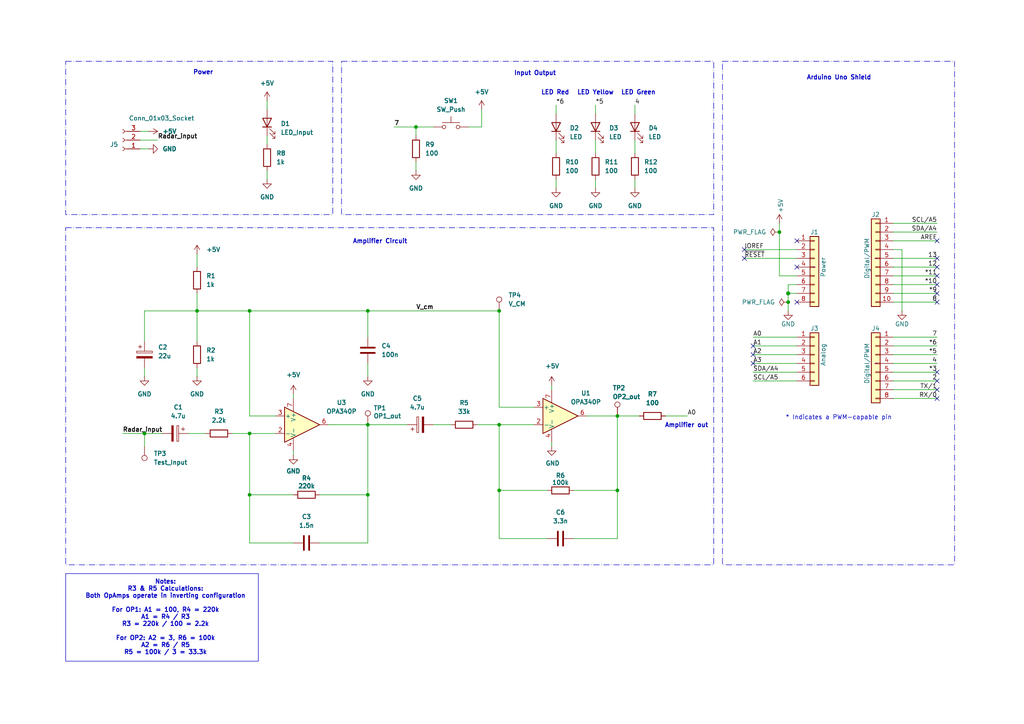
<source format=kicad_sch>
(kicad_sch (version 20250114) (generator "eeschema") (generator_version "9.0")
  (paper "A4")
  (title_block (title "Amplifier: 4th Order Bandpass") (date "2025-04-21") (rev "Rev 0.1") (company "University of Applied Science Darmstadt") (comment 1 "Author: Dheeraj"))
  (lib_symbols
    (symbol "Amplifier_Operational:OPA340P" (pin_names (offset 0.127))
      (property "Reference" "U" (at 0 6.35 0))
      (property "Value" "OPA340P" (at 0 3.81 0))
      (symbol "OPA340P_0_1"
        (polyline (pts (xy -5.08 5.08) (xy 5.08 0) (xy -5.08 -5.08) (xy -5.08 5.08)) (stroke (width 0.254)) (fill (type background)))
      )
      (symbol "OPA340P_1_1"
        (pin input line (at -7.62 2.54 0) (length 2.54) (name "+") (number "3"))
        (pin input line (at -7.62 -2.54 0) (length 2.54) (name "-") (number "2"))
        (pin no_connect line (at -5.08 -2.54 90) (length 2.54) (hide yes) (name "NC") (number "1"))
        (pin power_in line (at -2.54 7.62 270) (length 3.81) (name "V+") (number "7"))
        (pin no_connect line (at -2.54 -2.54 90) (length 2.54) (hide yes) (name "NC") (number "5"))
        (pin power_in line (at -2.54 -7.62 90) (length 3.81) (name "V-") (number "4"))
        (pin no_connect line (at 0 -2.54 90) (length 2.54) (hide yes) (name "NC") (number "8"))
        (pin output line (at 7.62 0 180) (length 2.54) (name "~") (number "6"))
      )
    )
    (symbol "Connector:Conn_01x03_Socket" (pin_names (offset 1.016) (hide yes))
      (property "Reference" "J" (at 0 5.08 0))
      (property "Value" "Conn_01x03_Socket" (at 0 -5.08 0))
      (symbol "Conn_01x03_Socket_1_1"
        (polyline (pts (xy -1.27 2.54) (xy -0.508 2.54)) (stroke (width 0.1524)))
        (polyline (pts (xy -1.27 0) (xy -0.508 0)) (stroke (width 0.1524)))
        (polyline (pts (xy -1.27 -2.54) (xy -0.508 -2.54)) (stroke (width 0.1524)))
        (arc (start 0 2.032) (mid -0.5058 2.54) (end 0 3.048) (stroke (width 0.1524)))
        (arc (start 0 -0.508) (mid -0.5058 0) (end 0 0.508) (stroke (width 0.1524)))
        (arc (start 0 -3.048) (mid -0.5058 -2.54) (end 0 -2.032) (stroke (width 0.1524)))
        (pin passive line (at -5.08 2.54 0) (length 3.81) (name "Pin_1") (number "1"))
        (pin passive line (at -5.08 0 0) (length 3.81) (name "Pin_2") (number "2"))
        (pin passive line (at -5.08 -2.54 0) (length 3.81) (name "Pin_3") (number "3"))
      )
    )
    (symbol "Connector:TestPoint" (pin_numbers (hide yes)) (pin_names (offset 0.762) (hide yes))
      (property "Reference" "TP" (at 0 6.858 0))
      (property "Value" "TestPoint" (at 0 5.08 0))
      (symbol "TestPoint_0_1"
        (circle (center 0 3.302) (radius 0.762))
      )
      (symbol "TestPoint_1_1"
        (pin passive line (at 0 0 90) (length 2.54) (name "1") (number "1"))
      )
    )
    (symbol "Connector_Generic:Conn_01x06" (pin_names (offset 1.016) (hide yes))
      (property "Reference" "J" (at 0 7.62 0))
      (property "Value" "Conn_01x06" (at 0 -10.16 0))
      (symbol "Conn_01x06_1_1"
        (rectangle (start -1.27 6.35) (end 1.27 -8.89) (stroke (width 0.254)) (fill (type background)))
        (rectangle (start -1.27 5.207) (end 0 4.953) (stroke (width 0.1524)))
        (rectangle (start -1.27 2.667) (end 0 2.413) (stroke (width 0.1524)))
        (rectangle (start -1.27 0.127) (end 0 -0.127) (stroke (width 0.1524)))
        (rectangle (start -1.27 -2.413) (end 0 -2.667) (stroke (width 0.1524)))
        (rectangle (start -1.27 -4.953) (end 0 -5.207) (stroke (width 0.1524)))
        (rectangle (start -1.27 -7.493) (end 0 -7.747) (stroke (width 0.1524)))
        (pin passive line (at -5.08 5.08 0) (length 3.81) (name "Pin_1") (number "1"))
        (pin passive line (at -5.08 2.54 0) (length 3.81) (name "Pin_2") (number "2"))
        (pin passive line (at -5.08 0 0) (length 3.81) (name "Pin_3") (number "3"))
        (pin passive line (at -5.08 -2.54 0) (length 3.81) (name "Pin_4") (number "4"))
        (pin passive line (at -5.08 -5.08 0) (length 3.81) (name "Pin_5") (number "5"))
        (pin passive line (at -5.08 -7.62 0) (length 3.81) (name "Pin_6") (number "6"))
      )
    )
    (symbol "Connector_Generic:Conn_01x08" (pin_names (offset 1.016) (hide yes))
      (property "Reference" "J" (at 0 10.16 0))
      (property "Value" "Conn_01x08" (at 0 -12.7 0))
      (symbol "Conn_01x08_1_1"
        (rectangle (start -1.27 8.89) (end 1.27 -11.43) (stroke (width 0.254)) (fill (type background)))
        (rectangle (start -1.27 7.747) (end 0 7.493) (stroke (width 0.1524)))
        (rectangle (start -1.27 5.207) (end 0 4.953) (stroke (width 0.1524)))
        (rectangle (start -1.27 2.667) (end 0 2.413) (stroke (width 0.1524)))
        (rectangle (start -1.27 0.127) (end 0 -0.127) (stroke (width 0.1524)))
        (rectangle (start -1.27 -2.413) (end 0 -2.667) (stroke (width 0.1524)))
        (rectangle (start -1.27 -4.953) (end 0 -5.207) (stroke (width 0.1524)))
        (rectangle (start -1.27 -7.493) (end 0 -7.747) (stroke (width 0.1524)))
        (rectangle (start -1.27 -10.033) (end 0 -10.287) (stroke (width 0.1524)))
        (pin passive line (at -5.08 7.62 0) (length 3.81) (name "Pin_1") (number "1"))
        (pin passive line (at -5.08 5.08 0) (length 3.81) (name "Pin_2") (number "2"))
        (pin passive line (at -5.08 2.54 0) (length 3.81) (name "Pin_3") (number "3"))
        (pin passive line (at -5.08 0 0) (length 3.81) (name "Pin_4") (number "4"))
        (pin passive line (at -5.08 -2.54 0) (length 3.81) (name "Pin_5") (number "5"))
        (pin passive line (at -5.08 -5.08 0) (length 3.81) (name "Pin_6") (number "6"))
        (pin passive line (at -5.08 -7.62 0) (length 3.81) (name "Pin_7") (number "7"))
        (pin passive line (at -5.08 -10.16 0) (length 3.81) (name "Pin_8") (number "8"))
      )
    )
    (symbol "Connector_Generic:Conn_01x10" (pin_names (offset 1.016) (hide yes))
      (property "Reference" "J" (at 0 12.7 0))
      (property "Value" "Conn_01x10" (at 0 -15.24 0))
      (symbol "Conn_01x10_1_1"
        (rectangle (start -1.27 11.43) (end 1.27 -13.97) (stroke (width 0.254)) (fill (type background)))
        (rectangle (start -1.27 10.287) (end 0 10.033) (stroke (width 0.1524)))
        (rectangle (start -1.27 7.747) (end 0 7.493) (stroke (width 0.1524)))
        (rectangle (start -1.27 5.207) (end 0 4.953) (stroke (width 0.1524)))
        (rectangle (start -1.27 2.667) (end 0 2.413) (stroke (width 0.1524)))
        (rectangle (start -1.27 0.127) (end 0 -0.127) (stroke (width 0.1524)))
        (rectangle (start -1.27 -2.413) (end 0 -2.667) (stroke (width 0.1524)))
        (rectangle (start -1.27 -4.953) (end 0 -5.207) (stroke (width 0.1524)))
        (rectangle (start -1.27 -7.493) (end 0 -7.747) (stroke (width 0.1524)))
        (rectangle (start -1.27 -10.033) (end 0 -10.287) (stroke (width 0.1524)))
        (rectangle (start -1.27 -12.573) (end 0 -12.827) (stroke (width 0.1524)))
        (pin passive line (at -5.08 10.16 0) (length 3.81) (name "Pin_1") (number "1"))
        (pin passive line (at -5.08 7.62 0) (length 3.81) (name "Pin_2") (number "2"))
        (pin passive line (at -5.08 5.08 0) (length 3.81) (name "Pin_3") (number "3"))
        (pin passive line (at -5.08 2.54 0) (length 3.81) (name "Pin_4") (number "4"))
        (pin passive line (at -5.08 0 0) (length 3.81) (name "Pin_5") (number "5"))
        (pin passive line (at -5.08 -2.54 0) (length 3.81) (name "Pin_6") (number "6"))
        (pin passive line (at -5.08 -5.08 0) (length 3.81) (name "Pin_7") (number "7"))
        (pin passive line (at -5.08 -7.62 0) (length 3.81) (name "Pin_8") (number "8"))
        (pin passive line (at -5.08 -10.16 0) (length 3.81) (name "Pin_9") (number "9"))
        (pin passive line (at -5.08 -12.7 0) (length 3.81) (name "Pin_10") (number "10"))
      )
    )
    (symbol "Device:C" (pin_numbers (hide yes)) (pin_names (offset 0.254))
      (property "Reference" "C" (at 0.635 2.54 0))
      (property "Value" "C" (at 0.635 -2.54 0))
      (symbol "C_0_1"
        (polyline (pts (xy -2.032 0.762) (xy 2.032 0.762)) (stroke (width 0.508)))
        (polyline (pts (xy -2.032 -0.762) (xy 2.032 -0.762)) (stroke (width 0.508)))
      )
      (symbol "C_1_1"
        (pin passive line (at 0 3.81 270) (length 2.794) (name "~") (number "1"))
        (pin passive line (at 0 -3.81 90) (length 2.794) (name "~") (number "2"))
      )
    )
    (symbol "Device:C_Polarized" (pin_numbers (hide yes)) (pin_names (offset 0.254))
      (property "Reference" "C" (at 0.635 2.54 0))
      (property "Value" "C_Polarized" (at 0.635 -2.54 0))
      (symbol "C_Polarized_0_1"
        (rectangle (start -2.286 0.508) (end 2.286 1.016))
        (polyline (pts (xy -1.778 2.286) (xy -0.762 2.286)))
        (polyline (pts (xy -1.27 2.794) (xy -1.27 1.778)))
        (rectangle (start 2.286 -0.508) (end -2.286 -1.016) (fill (type outline)))
      )
      (symbol "C_Polarized_1_1"
        (pin passive line (at 0 3.81 270) (length 2.794) (name "~") (number "1"))
        (pin passive line (at 0 -3.81 90) (length 2.794) (name "~") (number "2"))
      )
    )
    (symbol "Device:LED" (pin_numbers (hide yes)) (pin_names (offset 1.016) (hide yes))
      (property "Reference" "D" (at 0 2.54 0))
      (property "Value" "LED" (at 0 -2.54 0))
      (symbol "LED_0_1"
        (polyline (pts (xy -3.048 -0.762) (xy -4.572 -2.286) (xy -3.81 -2.286) (xy -4.572 -2.286) (xy -4.572 -1.524)))
        (polyline (pts (xy -1.778 -0.762) (xy -3.302 -2.286) (xy -2.54 -2.286) (xy -3.302 -2.286) (xy -3.302 -1.524)))
        (polyline (pts (xy -1.27 0) (xy 1.27 0)))
        (polyline (pts (xy -1.27 -1.27) (xy -1.27 1.27)) (stroke (width 0.254)))
        (polyline (pts (xy 1.27 -1.27) (xy 1.27 1.27) (xy -1.27 0) (xy 1.27 -1.27)) (stroke (width 0.254)))
      )
      (symbol "LED_1_1"
        (pin passive line (at -3.81 0 0) (length 2.54) (name "K") (number "1"))
        (pin passive line (at 3.81 0 180) (length 2.54) (name "A") (number "2"))
      )
    )
    (symbol "Device:R" (pin_numbers (hide yes)) (pin_names (offset 0))
      (property "Reference" "R" (at 2.032 0 90))
      (property "Value" "R" (at 0 0 90))
      (symbol "R_0_1"
        (rectangle (start -1.016 -2.54) (end 1.016 2.54) (stroke (width 0.254)))
      )
      (symbol "R_1_1"
        (pin passive line (at 0 3.81 270) (length 1.27) (name "~") (number "1"))
        (pin passive line (at 0 -3.81 90) (length 1.27) (name "~") (number "2"))
      )
    )
    (symbol "Switch:SW_Push" (pin_numbers (hide yes)) (pin_names (offset 1.016) (hide yes))
      (property "Reference" "SW" (at 1.27 2.54 0))
      (property "Value" "SW_Push" (at 0 -1.524 0))
      (symbol "SW_Push_0_1"
        (circle (center -2.032 0) (radius 0.508))
        (polyline (pts (xy 0 1.27) (xy 0 3.048)))
        (circle (center 2.032 0) (radius 0.508))
        (polyline (pts (xy 2.54 1.27) (xy -2.54 1.27)))
        (pin passive line (at -5.08 0 0) (length 2.54) (name "1") (number "1"))
        (pin passive line (at 5.08 0 180) (length 2.54) (name "2") (number "2"))
      )
    )
    (symbol "power:+5V" (power) (pin_numbers (hide yes)) (pin_names (offset 0) (hide yes))
      (property "Value" "+5V" (at 0 3.556 0))
      (symbol "+5V_0_1"
        (polyline (pts (xy -0.762 1.27) (xy 0 2.54)))
        (polyline (pts (xy 0 2.54) (xy 0.762 1.27)))
        (polyline (pts (xy 0 0) (xy 0 2.54)))
      )
      (symbol "+5V_1_1"
        (pin power_in line (at 0 0 90) (length 0) (name "~") (number "1"))
      )
    )
    (symbol "power:GND" (power) (pin_numbers (hide yes)) (pin_names (offset 0) (hide yes))
      (property "Value" "GND" (at 0 -3.81 0))
      (symbol "GND_0_1"
        (polyline (pts (xy 0 0) (xy 0 -1.27) (xy 1.27 -1.27) (xy 0 -2.54) (xy -1.27 -1.27) (xy 0 -1.27)))
      )
      (symbol "GND_1_1"
        (pin power_in line (at 0 0 270) (length 0) (name "~") (number "1"))
      )
    )
    (symbol "power:PWR_FLAG" (power) (pin_numbers (hide yes)) (pin_names (offset 0) (hide yes))
      (property "Value" "PWR_FLAG" (at 0 3.81 0))
      (symbol "PWR_FLAG_0_0"
        (pin power_out line (at 0 0 90) (length 0) (name "~") (number "1"))
      )
      (symbol "PWR_FLAG_0_1"
        (polyline (pts (xy 0 0) (xy 0 1.27) (xy -1.016 1.905) (xy 0 2.54) (xy 1.016 1.905) (xy 0 1.27)))
      )
    )
    (symbol "power:VDC" (power) (pin_numbers (hide yes)) (pin_names (offset 0) (hide yes))
      (property "Value" "VDC" (at 0 3.556 0))
      (symbol "VDC_0_1"
        (polyline (pts (xy -0.762 1.27) (xy 0 2.54)))
        (polyline (pts (xy 0 2.54) (xy 0.762 1.27)))
        (polyline (pts (xy 0 0) (xy 0 2.54)))
      )
      (symbol "VDC_1_1"
        (pin power_in line (at 0 0 90) (length 0) (name "~") (number "1"))
      )
    )
  )
  (rectangle (start 19.05 17.78) (end 96.52 62.23) (stroke (width 0) (type dash_dot)))
  (rectangle (start 19.05 66.04) (end 207.01 163.83) (stroke (width 0) (type dash_dot)))
  (rectangle (start 19.05 166.37) (end 74.93 191.77))
  (rectangle (start 99.06 17.78) (end 207.01 62.23) (stroke (width 0) (type dash_dot)))
  (rectangle (start 209.55 17.78) (end 276.86 163.83) (stroke (width 0) (type dash_dot)))
  (text "Amplifier Circuit" (at 110.236 70.104 0) (effects (font (size 1.27 1.27) (thickness 0.254) (bold yes))))
  (text "LED Green" (at 185.166 26.924 0) (effects (font (size 1.27 1.27) (thickness 0.254) (bold yes))))
  (text "Notes:\nR3 & R5 Calculations:\nBoth OpAmps operate in inverting configuration\n\nFor OP1: A1 = 100, R4 = 220k\nA1 = R4 / R3\nR3 = 220k / 100 = 2.2k\n\nFor OP2: A2 = 3, R6 = 100k\nA2 = R6 / R5\nR5 = 100k / 3 = 33.3k" (at 48.006 179.07 0) (effects (font (size 1.27 1.27) (thickness 0.254) (bold yes))))
  (text "LED Red" (at 161.036 26.924 0) (effects (font (size 1.27 1.27) (thickness 0.254) (bold yes))))
  (text "Power" (at 58.928 21.082 0) (effects (font (size 1.27 1.27) (thickness 0.254) (bold yes))))
  (text "Arduino Uno Shield" (at 243.332 22.606 0) (effects (font (size 1.27 1.27) (thickness 0.254) (bold yes))))
  (text "LED Yellow" (at 172.72 26.924 0) (effects (font (size 1.27 1.27) (thickness 0.254) (bold yes))))
  (text "* Indicates a PWM-capable pin" (at 227.838 121.92 0) (effects (font (size 1.27 1.27)) (justify left bottom)))
  (text "Input Output" (at 155.194 21.336 0) (effects (font (size 1.27 1.27) (thickness 0.254) (bold yes))))
  (text "Amplifier out" (at 199.136 123.444 0) (effects (font (size 1.27 1.27) (thickness 0.254) (bold yes))))
  (junction (at 144.78 90.17))
  (junction (at 120.65 36.83))
  (junction (at 228.6 85.09) (diameter 1.016))
  (junction (at 72.39 143.51))
  (junction (at 106.68 123.19))
  (junction (at 179.07 142.24))
  (junction (at 144.78 142.24))
  (junction (at 106.68 143.51))
  (junction (at 57.15 90.17))
  (junction (at 228.6 87.63))
  (junction (at 41.91 125.73))
  (junction (at 226.06 67.31))
  (junction (at 72.39 125.73))
  (junction (at 144.78 123.19))
  (junction (at 72.39 90.17))
  (junction (at 106.68 90.17))
  (junction (at 179.07 120.65))
  (no_connect (at 215.9 74.93))
  (no_connect (at 271.78 115.57))
  (no_connect (at 218.44 102.87))
  (no_connect (at 271.78 74.93))
  (no_connect (at 271.78 87.63))
  (no_connect (at 271.78 113.03))
  (no_connect (at 271.78 85.09))
  (no_connect (at 215.9 72.39))
  (no_connect (at 271.78 80.01))
  (no_connect (at 218.44 105.41))
  (no_connect (at 271.78 107.95))
  (no_connect (at 231.14 77.47))
  (no_connect (at 218.44 100.33))
  (no_connect (at 271.78 82.55))
  (no_connect (at 271.78 69.85))
  (no_connect (at 231.14 69.85))
  (no_connect (at 271.78 110.49))
  (no_connect (at 271.78 77.47))
  (no_connect (at 231.14 87.63))
  (wire (pts (xy 259.08 115.57) (xy 271.78 115.57)))
  (wire (pts (xy 154.94 118.11) (xy 144.78 118.11)))
  (wire (pts (xy 172.72 30.48) (xy 172.72 33.02)))
  (wire (pts (xy 40.64 40.64) (xy 45.72 40.64)))
  (wire (pts (xy 179.07 120.65) (xy 185.42 120.65)))
  (wire (pts (xy 172.72 52.07) (xy 172.72 54.61)))
  (wire (pts (xy 161.29 52.07) (xy 161.29 54.61)))
  (wire (pts (xy 120.65 36.83) (xy 125.73 36.83)))
  (wire (pts (xy 259.08 82.55) (xy 271.78 82.55)))
  (wire (pts (xy 259.08 64.77) (xy 271.78 64.77)))
  (wire (pts (xy 35.56 125.73) (xy 41.91 125.73)))
  (wire (pts (xy 106.68 123.19) (xy 106.68 143.51)))
  (wire (pts (xy 184.15 40.64) (xy 184.15 44.45)))
  (wire (pts (xy 166.37 156.21) (xy 179.07 156.21)))
  (wire (pts (xy 228.6 82.55) (xy 228.6 85.09)))
  (wire (pts (xy 80.01 120.65) (xy 72.39 120.65)))
  (wire (pts (xy 57.15 90.17) (xy 72.39 90.17)))
  (wire (pts (xy 218.44 110.49) (xy 231.14 110.49)))
  (wire (pts (xy 114.3 36.83) (xy 120.65 36.83)))
  (wire (pts (xy 144.78 118.11) (xy 144.78 90.17)))
  (wire (pts (xy 172.72 40.64) (xy 172.72 44.45)))
  (wire (pts (xy 106.68 105.41) (xy 106.68 109.22)))
  (wire (pts (xy 170.18 120.65) (xy 179.07 120.65)))
  (wire (pts (xy 57.15 106.68) (xy 57.15 109.22)))
  (wire (pts (xy 228.6 85.09) (xy 228.6 87.63)))
  (wire (pts (xy 161.29 40.64) (xy 161.29 44.45)))
  (wire (pts (xy 161.29 30.48) (xy 161.29 33.02)))
  (wire (pts (xy 226.06 80.01) (xy 231.14 80.01)))
  (wire (pts (xy 120.65 39.37) (xy 120.65 36.83)))
  (wire (pts (xy 144.78 142.24) (xy 144.78 156.21)))
  (wire (pts (xy 259.08 74.93) (xy 271.78 74.93)))
  (wire (pts (xy 85.09 130.81) (xy 85.09 132.08)))
  (wire (pts (xy 72.39 143.51) (xy 85.09 143.51)))
  (wire (pts (xy 259.08 97.79) (xy 271.78 97.79)))
  (wire (pts (xy 41.91 125.73) (xy 41.91 129.54)))
  (wire (pts (xy 231.14 97.79) (xy 218.44 97.79)))
  (wire (pts (xy 72.39 125.73) (xy 80.01 125.73)))
  (wire (pts (xy 193.04 120.65) (xy 199.39 120.65)))
  (wire (pts (xy 259.08 77.47) (xy 271.78 77.47)))
  (wire (pts (xy 92.71 157.48) (xy 106.68 157.48)))
  (wire (pts (xy 259.08 100.33) (xy 271.78 100.33)))
  (wire (pts (xy 226.06 64.77) (xy 226.06 67.31)))
  (wire (pts (xy 92.71 143.51) (xy 106.68 143.51)))
  (wire (pts (xy 85.09 114.3) (xy 85.09 115.57)))
  (wire (pts (xy 106.68 90.17) (xy 144.78 90.17)))
  (wire (pts (xy 120.65 46.99) (xy 120.65 49.53)))
  (wire (pts (xy 259.08 85.09) (xy 271.78 85.09)))
  (wire (pts (xy 144.78 123.19) (xy 154.94 123.19)))
  (wire (pts (xy 259.08 105.41) (xy 271.78 105.41)))
  (wire (pts (xy 215.9 72.39) (xy 231.14 72.39)))
  (wire (pts (xy 40.64 38.1) (xy 43.18 38.1)))
  (wire (pts (xy 261.62 72.39) (xy 261.62 90.17)))
  (wire (pts (xy 144.78 123.19) (xy 144.78 142.24)))
  (wire (pts (xy 85.09 157.48) (xy 72.39 157.48)))
  (wire (pts (xy 144.78 142.24) (xy 158.75 142.24)))
  (wire (pts (xy 57.15 85.09) (xy 57.15 90.17)))
  (wire (pts (xy 259.08 69.85) (xy 271.78 69.85)))
  (wire (pts (xy 54.61 125.73) (xy 59.69 125.73)))
  (wire (pts (xy 72.39 143.51) (xy 72.39 157.48)))
  (wire (pts (xy 231.14 102.87) (xy 218.44 102.87)))
  (wire (pts (xy 215.9 74.93) (xy 231.14 74.93)))
  (wire (pts (xy 179.07 120.65) (xy 179.07 142.24)))
  (wire (pts (xy 72.39 90.17) (xy 72.39 120.65)))
  (wire (pts (xy 231.14 85.09) (xy 228.6 85.09)))
  (wire (pts (xy 67.31 125.73) (xy 72.39 125.73)))
  (wire (pts (xy 184.15 52.07) (xy 184.15 54.61)))
  (wire (pts (xy 40.64 43.18) (xy 43.18 43.18)))
  (wire (pts (xy 160.02 111.76) (xy 160.02 113.03)))
  (wire (pts (xy 218.44 100.33) (xy 231.14 100.33)))
  (wire (pts (xy 77.47 29.21) (xy 77.47 31.75)))
  (wire (pts (xy 158.75 156.21) (xy 144.78 156.21)))
  (wire (pts (xy 138.43 123.19) (xy 144.78 123.19)))
  (wire (pts (xy 259.08 72.39) (xy 261.62 72.39)))
  (wire (pts (xy 139.7 36.83) (xy 139.7 31.75)))
  (wire (pts (xy 231.14 82.55) (xy 228.6 82.55)))
  (wire (pts (xy 106.68 143.51) (xy 106.68 157.48)))
  (wire (pts (xy 135.89 36.83) (xy 139.7 36.83)))
  (wire (pts (xy 41.91 99.06) (xy 41.91 90.17)))
  (wire (pts (xy 179.07 142.24) (xy 179.07 156.21)))
  (wire (pts (xy 77.47 49.53) (xy 77.47 52.07)))
  (wire (pts (xy 259.08 80.01) (xy 271.78 80.01)))
  (wire (pts (xy 228.6 87.63) (xy 228.6 90.17)))
  (wire (pts (xy 95.25 123.19) (xy 106.68 123.19)))
  (wire (pts (xy 259.08 102.87) (xy 271.78 102.87)))
  (wire (pts (xy 218.44 105.41) (xy 231.14 105.41)))
  (wire (pts (xy 125.73 123.19) (xy 130.81 123.19)))
  (wire (pts (xy 226.06 67.31) (xy 226.06 80.01)))
  (wire (pts (xy 41.91 125.73) (xy 46.99 125.73)))
  (wire (pts (xy 57.15 90.17) (xy 57.15 99.06)))
  (wire (pts (xy 160.02 128.27) (xy 160.02 129.54)))
  (wire (pts (xy 77.47 39.37) (xy 77.47 41.91)))
  (wire (pts (xy 41.91 90.17) (xy 57.15 90.17)))
  (wire (pts (xy 57.15 73.66) (xy 57.15 77.47)))
  (wire (pts (xy 166.37 142.24) (xy 179.07 142.24)))
  (wire (pts (xy 259.08 67.31) (xy 271.78 67.31)))
  (wire (pts (xy 72.39 90.17) (xy 106.68 90.17)))
  (wire (pts (xy 259.08 110.49) (xy 271.78 110.49)))
  (wire (pts (xy 259.08 107.95) (xy 271.78 107.95)))
  (wire (pts (xy 184.15 30.48) (xy 184.15 33.02)))
  (wire (pts (xy 72.39 125.73) (xy 72.39 143.51)))
  (wire (pts (xy 259.08 113.03) (xy 271.78 113.03)))
  (wire (pts (xy 106.68 90.17) (xy 106.68 97.79)))
  (wire (pts (xy 231.14 107.95) (xy 218.44 107.95)))
  (wire (pts (xy 106.68 123.19) (xy 118.11 123.19)))
  (wire (pts (xy 259.08 87.63) (xy 271.78 87.63)))
  (wire (pts (xy 41.91 106.68) (xy 41.91 109.22)))
  (label "RX{slash}0" (at 271.78 115.57 180))
  (label "A2" (at 218.44 102.87 0))
  (label "7" (at 114.3 36.83 0) (effects (font (thickness 0.254) (bold yes))))
  (label "4" (at 271.78 105.41 180))
  (label "Radar_input" (at 45.72 40.64 0) (effects (font (thickness 0.254) (bold yes))))
  (label "2" (at 271.78 110.49 180))
  (label "A3" (at 218.44 105.41 0))
  (label "4" (at 184.15 30.48 0))
  (label "13" (at 271.78 74.93 180))
  (label "12" (at 271.78 77.47 180))
  (label "~{RESET}" (at 215.9 74.93 0))
  (label "V_cm" (at 120.65 90.17 0) (effects (font (thickness 0.254) (bold yes))))
  (label "*10" (at 271.78 82.55 180))
  (label "*6" (at 161.29 30.48 0))
  (label "7" (at 271.78 97.79 180))
  (label "SDA{slash}A4" (at 271.78 67.31 180))
  (label "8" (at 271.78 87.63 180))
  (label "*11" (at 271.78 80.01 180))
  (label "*3" (at 271.78 107.95 180))
  (label "A1" (at 218.44 100.33 0))
  (label "TX{slash}1" (at 271.78 113.03 180))
  (label "A0" (at 218.44 97.79 0))
  (label "AREF" (at 271.78 69.85 180))
  (label "Radar_input" (at 35.56 125.73 0) (effects (font (thickness 0.254) (bold yes))))
  (label "A0" (at 199.39 120.65 0))
  (label "*6" (at 271.78 100.33 180))
  (label "SCL{slash}A5" (at 271.78 64.77 180))
  (label "*9" (at 271.78 85.09 180))
  (label "*5" (at 271.78 102.87 180))
  (label "IOREF" (at 215.9 72.39 0))
  (label "SDA{slash}A4" (at 218.44 107.95 0))
  (label "SCL{slash}A5" (at 218.44 110.49 0))
  (label "*5" (at 172.72 30.48 0))
  (symbol (lib_id "Connector_Generic:Conn_01x08") (at 236.22 77.47 0) (unit 1)
    (property "Reference" "J1" (at 236.22 67.31 0))
    (property "Value" "Power" (at 238.76 77.47 90))
    (property "Footprint" "Connector_PinSocket_2.54mm:PinSocket_1x08_P2.54mm_Vertical" (effects (hide yes)))
    (property "Datasheet" "~" (at 236.22 77.47 0))
    (property "Description" "Generic connector, single row, 01x08, script generated (kicad-library-utils/schlib/autogen/connector/)" (effects (hide yes)))
  )
  (symbol (lib_id "power:+5V") (at 226.06 64.77 0) (unit 1)
    (property "Reference" "#PWR02" (effects (hide yes)))
    (property "Value" "+5V" (at 226.4156 61.722 90) (effects (justify left)))
    (property "Description" "Power symbol creates a global label with name \"+5V\"" (effects (hide yes)))
  )
  (symbol (lib_id "power:GND") (at 228.6 90.17 0) (unit 1)
    (property "Reference" "#PWR04" (effects (hide yes)))
    (property "Value" "GND" (at 228.6 93.98 0))
    (property "Description" "Power symbol creates a global label with name \"GND\" , ground" (effects (hide yes)))
  )
  (symbol (lib_id "Connector_Generic:Conn_01x10") (at 254 74.93 0) (mirror y) (unit 1)
    (property "Reference" "J2" (at 254 62.23 0))
    (property "Value" "Digital/PWM" (at 251.46 74.93 90))
    (property "Footprint" "Connector_PinSocket_2.54mm:PinSocket_1x10_P2.54mm_Vertical" (effects (hide yes)))
    (property "Datasheet" "~" (at 254 74.93 0))
    (property "Description" "Generic connector, single row, 01x10, script generated (kicad-library-utils/schlib/autogen/connector/)" (effects (hide yes)))
  )
  (symbol (lib_id "power:GND") (at 261.62 90.17 0) (unit 1)
    (property "Reference" "#PWR05" (effects (hide yes)))
    (property "Value" "GND" (at 261.62 93.98 0))
    (property "Description" "Power symbol creates a global label with name \"GND\" , ground" (effects (hide yes)))
  )
  (symbol (lib_id "Connector_Generic:Conn_01x06") (at 236.22 102.87 0) (unit 1)
    (property "Reference" "J3" (at 236.22 95.25 0))
    (property "Value" "Analog" (at 238.76 102.87 90))
    (property "Footprint" "Connector_PinSocket_2.54mm:PinSocket_1x06_P2.54mm_Vertical" (effects (hide yes)))
    (property "Description" "Generic connector, single row, 01x06, script generated (kicad-library-utils/schlib/autogen/connector/)" (effects (hide yes)))
  )
  (symbol (lib_id "Connector_Generic:Conn_01x08") (at 254 105.41 0) (mirror y) (unit 1)
    (property "Reference" "J4" (at 254 95.25 0))
    (property "Value" "Digital/PWM" (at 251.46 105.41 90))
    (property "Footprint" "Connector_PinSocket_2.54mm:PinSocket_1x08_P2.54mm_Vertical" (effects (hide yes)))
    (property "Datasheet" "~" (at 254 105.41 0))
    (property "Description" "Generic connector, single row, 01x08, script generated (kicad-library-utils/schlib/autogen/connector/)" (effects (hide yes)))
  )
  (symbol (lib_id "Device:R") (at 57.15 102.87 0) (unit 1)
    (property "Reference" "R2" (at 59.69 101.5999 0) (effects (font (thickness 0.254) (bold yes)) (justify left)))
    (property "Value" "1k" (at 59.69 104.1399 0) (effects (font (thickness 0.254) (bold yes)) (justify left)))
    (property "Footprint" "Resistor_THT:R_Axial_DIN0207_L6.3mm_D2.5mm_P10.16mm_Horizontal" (effects (hide yes)))
    (property "Description" "Resistor" (effects (hide yes)))
  )
  (symbol (lib_id "Device:R") (at 88.9 143.51 90) (unit 1)
    (property "Reference" "R4" (at 88.9 138.684 90) (effects (font (thickness 0.254) (bold yes))))
    (property "Value" "220k" (at 88.9 140.97 90) (effects (font (thickness 0.254) (bold yes))))
    (property "Footprint" "Resistor_THT:R_Axial_DIN0207_L6.3mm_D2.5mm_P10.16mm_Horizontal" (effects (hide yes)))
    (property "Description" "Resistor" (effects (hide yes)))
  )
  (symbol (lib_id "Device:R") (at 172.72 48.26 0) (unit 1)
    (property "Reference" "R11" (at 175.26 46.9899 0) (effects (font (thickness 0.254) (bold yes)) (justify left)))
    (property "Value" "100" (at 175.26 49.5299 0) (effects (font (thickness 0.254) (bold yes)) (justify left)))
    (property "Footprint" "Resistor_THT:R_Axial_DIN0207_L6.3mm_D2.5mm_P10.16mm_Horizontal" (effects (hide yes)))
    (property "Description" "Resistor" (effects (hide yes)))
  )
  (symbol (lib_id "Device:C") (at 106.68 101.6 0) (unit 1)
    (property "Reference" "C4" (at 110.49 100.3299 0) (effects (font (thickness 0.254) (bold yes)) (justify left)))
    (property "Value" "100n" (at 110.49 102.8699 0) (effects (font (thickness 0.254) (bold yes)) (justify left)))
    (property "Footprint" "Capacitor_THT:C_Rect_L7.2mm_W2.5mm_P5.00mm_FKS2_FKP2_MKS2_MKP2" (effects (hide yes)))
    (property "Description" "Unpolarized capacitor" (effects (hide yes)))
  )
  (symbol (lib_id "power:GND") (at 172.72 54.61 0) (unit 1)
    (property "Reference" "#PWR019" (effects (hide yes)))
    (property "Value" "GND" (at 172.72 59.69 0) (effects (font (thickness 0.254) (bold yes))))
    (property "Description" "Power symbol creates a global label with name \"GND\" , ground" (effects (hide yes)))
  )
  (symbol (lib_id "power:VDC") (at 85.09 114.3 0) (unit 1)
    (property "Reference" "#PWR013" (effects (hide yes)))
    (property "Value" "+5V" (at 85.09 108.712 0) (effects (font (thickness 0.254) (bold yes))))
    (property "Description" "Power symbol creates a global label with name \"VDC\"" (effects (hide yes)))
  )
  (symbol (lib_id "Device:LED") (at 161.29 36.83 90) (unit 1)
    (property "Reference" "D2" (at 165.1 37.1474 90) (effects (font (thickness 0.254) (bold yes)) (justify right)))
    (property "Value" "LED" (at 165.1 39.6874 90) (effects (font (thickness 0.254) (bold yes)) (justify right)))
    (property "Footprint" "LED_THT:LED_D5.0mm" (effects (hide yes)))
    (property "Description" "Light emitting diode" (effects (hide yes)))
    (property "Sim.Pins" "1=K 2=A" (effects (hide yes)))
  )
  (symbol (lib_id "Amplifier_Operational:OPA340P") (at 87.63 123.19 0) (unit 1)
    (property "Reference" "U3" (at 99.06 116.7698 0) (effects (font (thickness 0.254) (bold yes))))
    (property "Value" "OPA340P" (at 99.06 119.3098 0) (effects (font (thickness 0.254) (bold yes))))
    (property "Footprint" "Package_DIP:DIP-8_W7.62mm" (effects (hide yes)))
    (property "Datasheet" "http://www.ti.com/lit/ds/symlink/opa340.pdf" (effects (hide yes)))
    (property "Description" "Single Single-Supply, Rail-to-Rail Operational Amplifier, MicroAmplifier Series, DIP-8" (effects (hide yes)))
  )
  (symbol (lib_id "Connector:TestPoint") (at 179.07 120.65 0) (unit 1)
    (property "Reference" "TP2" (at 177.546 112.522 0) (effects (font (thickness 0.254) (bold yes)) (justify left)))
    (property "Value" "OP2_out" (at 177.546 115.062 0) (effects (font (thickness 0.254) (bold yes)) (justify left)))
    (property "Footprint" "Connector_PinHeader_2.54mm:PinHeader_1x01_P2.54mm_Vertical" (effects (hide yes)))
    (property "Description" "test point" (effects (hide yes)))
  )
  (symbol (lib_id "Connector:TestPoint") (at 106.68 123.19 0) (unit 1)
    (property "Reference" "TP1" (at 108.204 118.364 0) (effects (font (thickness 0.254) (bold yes)) (justify left)))
    (property "Value" "OP1_out" (at 108.204 120.65 0) (effects (font (thickness 0.254) (bold yes)) (justify left)))
    (property "Footprint" "Connector_PinHeader_2.54mm:PinHeader_1x01_P2.54mm_Vertical" (effects (hide yes)))
    (property "Description" "test point" (effects (hide yes)))
  )
  (symbol (lib_id "Device:C_Polarized") (at 50.8 125.73 270) (unit 1)
    (property "Reference" "C1" (at 51.689 118.11 90) (effects (font (thickness 0.254) (bold yes))))
    (property "Value" "4.7u" (at 51.689 120.65 90) (effects (font (thickness 0.254) (bold yes))))
    (property "Footprint" "Capacitor_THT:CP_Radial_D6.3mm_P2.50mm" (effects (hide yes)))
    (property "Description" "Polarized capacitor" (effects (hide yes)))
  )
  (symbol (lib_id "Device:C_Polarized") (at 41.91 102.87 0) (unit 1)
    (property "Reference" "C2" (at 45.72 100.7109 0) (effects (font (thickness 0.254) (bold yes)) (justify left)))
    (property "Value" "22u" (at 45.72 103.2509 0) (effects (font (thickness 0.254) (bold yes)) (justify left)))
    (property "Footprint" "Capacitor_THT:CP_Radial_D5.0mm_P2.00mm" (effects (hide yes)))
    (property "Description" "Polarized capacitor" (effects (hide yes)))
  )
  (symbol (lib_id "Switch:SW_Push") (at 130.81 36.83 0) (unit 1)
    (property "Reference" "SW1" (at 130.81 29.21 0) (effects (font (thickness 0.254) (bold yes))))
    (property "Value" "SW_Push" (at 130.81 31.75 0) (effects (font (thickness 0.254) (bold yes))))
    (property "Footprint" "Button_Switch_THT:SW_PUSH_6mm" (effects (hide yes)))
    (property "Description" "Push button switch, generic, two pins" (effects (hide yes)))
  )
  (symbol (lib_id "Device:R") (at 161.29 48.26 0) (unit 1)
    (property "Reference" "R10" (at 163.83 46.9899 0) (effects (font (thickness 0.254) (bold yes)) (justify left)))
    (property "Value" "100" (at 163.83 49.5299 0) (effects (font (thickness 0.254) (bold yes)) (justify left)))
    (property "Footprint" "Resistor_THT:R_Axial_DIN0207_L6.3mm_D2.5mm_P10.16mm_Horizontal" (effects (hide yes)))
    (property "Description" "Resistor" (effects (hide yes)))
  )
  (symbol (lib_id "Device:R") (at 184.15 48.26 0) (unit 1)
    (property "Reference" "R12" (at 186.69 46.9899 0) (effects (font (thickness 0.254) (bold yes)) (justify left)))
    (property "Value" "100" (at 186.69 49.5299 0) (effects (font (thickness 0.254) (bold yes)) (justify left)))
    (property "Footprint" "Resistor_THT:R_Axial_DIN0207_L6.3mm_D2.5mm_P10.16mm_Horizontal" (effects (hide yes)))
    (property "Description" "Resistor" (effects (hide yes)))
  )
  (symbol (lib_id "power:GND") (at 41.91 109.22 0) (unit 1)
    (property "Reference" "#PWR06" (effects (hide yes)))
    (property "Value" "GND" (at 41.91 114.3 0) (effects (font (thickness 0.254) (bold yes))))
    (property "Description" "Power symbol creates a global label with name \"GND\" , ground" (effects (hide yes)))
  )
  (symbol (lib_id "Connector:TestPoint") (at 144.78 90.17 0) (unit 1)
    (property "Reference" "TP4" (at 147.32 85.5979 0) (effects (font (thickness 0.254) (bold yes)) (justify left)))
    (property "Value" "V_CM" (at 147.32 88.1379 0) (effects (font (thickness 0.254) (bold yes)) (justify left)))
    (property "Footprint" "Connector_PinHeader_2.54mm:PinHeader_1x01_P2.54mm_Vertical" (effects (hide yes)))
    (property "Description" "test point" (effects (hide yes)))
  )
  (symbol (lib_id "Device:LED") (at 172.72 36.83 90) (unit 1)
    (property "Reference" "D3" (at 176.53 37.1474 90) (effects (font (thickness 0.254) (bold yes)) (justify right)))
    (property "Value" "LED" (at 176.53 39.6874 90) (effects (font (thickness 0.254) (bold yes)) (justify right)))
    (property "Footprint" "LED_THT:LED_D5.0mm" (effects (hide yes)))
    (property "Description" "Light emitting diode" (effects (hide yes)))
    (property "Sim.Pins" "1=K 2=A" (effects (hide yes)))
  )
  (symbol (lib_id "Device:R") (at 120.65 43.18 0) (unit 1)
    (property "Reference" "R9" (at 123.19 41.9099 0) (effects (font (thickness 0.254) (bold yes)) (justify left)))
    (property "Value" "100" (at 123.19 44.4499 0) (effects (font (thickness 0.254) (bold yes)) (justify left)))
    (property "Footprint" "Resistor_THT:R_Axial_DIN0207_L6.3mm_D2.5mm_P10.16mm_Horizontal" (effects (hide yes)))
    (property "Description" "Resistor" (effects (hide yes)))
  )
  (symbol (lib_id "power:GND") (at 161.29 54.61 0) (unit 1)
    (property "Reference" "#PWR018" (effects (hide yes)))
    (property "Value" "GND" (at 161.29 59.69 0) (effects (font (thickness 0.254) (bold yes))))
    (property "Description" "Power symbol creates a global label with name \"GND\" , ground" (effects (hide yes)))
  )
  (symbol (lib_id "Device:R") (at 57.15 81.28 0) (unit 1)
    (property "Reference" "R1" (at 59.69 80.0099 0) (effects (font (thickness 0.254) (bold yes)) (justify left)))
    (property "Value" "1k" (at 59.69 82.5499 0) (effects (font (thickness 0.254) (bold yes)) (justify left)))
    (property "Footprint" "Resistor_THT:R_Axial_DIN0207_L6.3mm_D2.5mm_P10.16mm_Horizontal" (effects (hide yes)))
    (property "Description" "Resistor" (effects (hide yes)))
  )
  (symbol (lib_id "Connector:Conn_01x03_Socket") (at 35.56 40.64 180) (unit 1)
    (property "Reference" "J5" (at 34.29 41.9101 0) (effects (justify left)))
    (property "Value" "Conn_01x03_Socket" (at 56.388 34.29 0) (effects (justify left)))
    (property "Footprint" "Connector_PinSocket_2.54mm:PinSocket_1x03_P2.54mm_Horizontal" (effects (hide yes)))
    (property "Description" "Generic connector, single row, 01x03, script generated" (effects (hide yes)))
  )
  (symbol (lib_id "Device:R") (at 77.47 45.72 0) (unit 1)
    (property "Reference" "R8" (at 80.01 44.4499 0) (effects (font (thickness 0.254) (bold yes)) (justify left)))
    (property "Value" "1k" (at 80.01 46.9899 0) (effects (font (thickness 0.254) (bold yes)) (justify left)))
    (property "Footprint" "Resistor_THT:R_Axial_DIN0207_L6.3mm_D2.5mm_P10.16mm_Horizontal" (effects (hide yes)))
    (property "Description" "Resistor" (effects (hide yes)))
  )
  (symbol (lib_id "Device:C") (at 88.9 157.48 90) (unit 1)
    (property "Reference" "C3" (at 88.9 149.86 90) (effects (font (thickness 0.254) (bold yes))))
    (property "Value" "1.5n" (at 88.9 152.4 90) (effects (font (thickness 0.254) (bold yes))))
    (property "Footprint" "Capacitor_THT:C_Rect_L7.2mm_W7.2mm_P5.00mm_FKS2_FKP2_MKS2_MKP2" (effects (hide yes)))
    (property "Description" "Unpolarized capacitor" (effects (hide yes)))
  )
  (symbol (lib_id "power:GND") (at 106.68 109.22 0) (unit 1)
    (property "Reference" "#PWR015" (effects (hide yes)))
    (property "Value" "GND" (at 106.68 114.3 0) (effects (font (thickness 0.254) (bold yes))))
    (property "Description" "Power symbol creates a global label with name \"GND\" , ground" (effects (hide yes)))
  )
  (symbol (lib_id "power:GND") (at 43.18 43.18 90) (unit 1)
    (property "Reference" "#PWR010" (effects (hide yes)))
    (property "Value" "GND" (at 46.99 43.18 90) (effects (font (thickness 0.254) (bold yes)) (justify right)))
    (property "Description" "Power symbol creates a global label with name \"GND\" , ground" (effects (hide yes)))
  )
  (symbol (lib_id "power:VDC") (at 57.15 73.66 0) (unit 1)
    (property "Reference" "#PWR07" (effects (hide yes)))
    (property "Value" "+5V" (at 59.69 72.39 0) (effects (font (thickness 0.254) (bold yes)) (justify left)))
    (property "Description" "Power symbol creates a global label with name \"VDC\"" (effects (hide yes)))
  )
  (symbol (lib_id "Device:R") (at 162.56 142.24 90) (unit 1)
    (property "Reference" "R6" (at 162.56 137.922 90) (effects (font (thickness 0.254) (bold yes))))
    (property "Value" "100k" (at 162.56 139.954 90) (effects (font (thickness 0.254) (bold yes))))
    (property "Footprint" "Resistor_THT:R_Axial_DIN0207_L6.3mm_D2.5mm_P10.16mm_Horizontal" (effects (hide yes)))
    (property "Description" "Resistor" (effects (hide yes)))
  )
  (symbol (lib_id "power:GND") (at 160.02 129.54 0) (unit 1)
    (property "Reference" "#PWR021" (effects (hide yes)))
    (property "Value" "GND" (at 160.274 134.366 0) (effects (font (thickness 0.254) (bold yes))))
    (property "Description" "Power symbol creates a global label with name \"GND\" , ground" (effects (hide yes)))
  )
  (symbol (lib_id "Device:LED") (at 184.15 36.83 90) (unit 1)
    (property "Reference" "D4" (at 187.96 37.1474 90) (effects (font (thickness 0.254) (bold yes)) (justify right)))
    (property "Value" "LED" (at 187.96 39.6874 90) (effects (font (thickness 0.254) (bold yes)) (justify right)))
    (property "Footprint" "LED_THT:LED_D5.0mm" (effects (hide yes)))
    (property "Description" "Light emitting diode" (effects (hide yes)))
    (property "Sim.Pins" "1=K 2=A" (effects (hide yes)))
  )
  (symbol (lib_id "Connector:TestPoint") (at 41.91 129.54 180) (unit 1)
    (property "Reference" "TP3" (at 44.45 131.5719 0) (effects (font (thickness 0.254) (bold yes)) (justify right)))
    (property "Value" "Test_Input" (at 44.45 134.1119 0) (effects (font (thickness 0.254) (bold yes)) (justify right)))
    (property "Footprint" "Connector_PinHeader_2.54mm:PinHeader_1x01_P2.54mm_Vertical" (effects (hide yes)))
    (property "Description" "test point" (effects (hide yes)))
  )
  (symbol (lib_id "power:GND") (at 77.47 52.07 0) (unit 1)
    (property "Reference" "#PWR012" (effects (hide yes)))
    (property "Value" "GND" (at 77.47 57.15 0) (effects (font (thickness 0.254) (bold yes))))
    (property "Description" "Power symbol creates a global label with name \"GND\" , ground" (effects (hide yes)))
  )
  (symbol (lib_id "power:VDC") (at 43.18 38.1 270) (unit 1)
    (property "Reference" "#PWR09" (effects (hide yes)))
    (property "Value" "+5V" (at 46.99 38.1 90) (effects (font (thickness 0.254) (bold yes)) (justify left)))
    (property "Description" "Power symbol creates a global label with name \"VDC\"" (effects (hide yes)))
  )
  (symbol (lib_id "power:GND") (at 57.15 109.22 0) (unit 1)
    (property "Reference" "#PWR08" (effects (hide yes)))
    (property "Value" "GND" (at 57.15 114.3 0) (effects (font (thickness 0.254) (bold yes))))
    (property "Description" "Power symbol creates a global label with name \"GND\" , ground" (effects (hide yes)))
  )
  (symbol (lib_id "Device:C") (at 162.56 156.21 90) (unit 1)
    (property "Reference" "C6" (at 162.56 148.59 90) (effects (font (thickness 0.254) (bold yes))))
    (property "Value" "3.3n" (at 162.56 151.13 90) (effects (font (thickness 0.254) (bold yes))))
    (property "Footprint" "Capacitor_THT:C_Rect_L7.2mm_W7.2mm_P5.00mm_FKS2_FKP2_MKS2_MKP2" (effects (hide yes)))
    (property "Description" "Unpolarized capacitor" (effects (hide yes)))
  )
  (symbol (lib_id "power:PWR_FLAG") (at 226.06 67.31 90) (unit 1)
    (property "Reference" "#FLG03" (effects (hide yes)))
    (property "Value" "PWR_FLAG" (at 222.25 67.3099 90) (effects (justify left)))
    (property "Description" "Special symbol for telling ERC where power comes from" (effects (hide yes)))
  )
  (symbol (lib_id "power:GND") (at 120.65 49.53 0) (unit 1)
    (property "Reference" "#PWR016" (effects (hide yes)))
    (property "Value" "GND" (at 120.65 54.61 0) (effects (font (thickness 0.254) (bold yes))))
    (property "Description" "Power symbol creates a global label with name \"GND\" , ground" (effects (hide yes)))
  )
  (symbol (lib_id "Device:R") (at 63.5 125.73 90) (unit 1)
    (property "Reference" "R3" (at 63.5 119.38 90) (effects (font (thickness 0.254) (bold yes))))
    (property "Value" "2.2k" (at 63.5 121.92 90) (effects (font (thickness 0.254) (bold yes))))
    (property "Footprint" "Resistor_THT:R_Axial_DIN0207_L6.3mm_D2.5mm_P10.16mm_Horizontal" (effects (hide yes)))
    (property "Description" "Resistor" (effects (hide yes)))
  )
  (symbol (lib_id "power:GND") (at 184.15 54.61 0) (unit 1)
    (property "Reference" "#PWR022" (effects (hide yes)))
    (property "Value" "GND" (at 184.15 59.69 0) (effects (font (thickness 0.254) (bold yes))))
    (property "Description" "Power symbol creates a global label with name \"GND\" , ground" (effects (hide yes)))
  )
  (symbol (lib_id "power:PWR_FLAG") (at 228.6 87.63 90) (unit 1)
    (property "Reference" "#FLG01" (effects (hide yes)))
    (property "Value" "PWR_FLAG" (at 224.79 87.6299 90) (effects (justify left)))
    (property "Description" "Special symbol for telling ERC where power comes from" (effects (hide yes)))
  )
  (symbol (lib_id "Device:R") (at 189.23 120.65 90) (unit 1)
    (property "Reference" "R7" (at 189.23 114.3 90) (effects (font (thickness 0.254) (bold yes))))
    (property "Value" "100" (at 189.23 116.84 90) (effects (font (thickness 0.254) (bold yes))))
    (property "Footprint" "Resistor_THT:R_Axial_DIN0207_L6.3mm_D2.5mm_P10.16mm_Horizontal" (effects (hide yes)))
    (property "Description" "Resistor" (effects (hide yes)))
  )
  (symbol (lib_id "Device:LED") (at 77.47 35.56 90) (unit 1)
    (property "Reference" "D1" (at 81.28 35.8775 90) (effects (font (thickness 0.254) (bold yes)) (justify right)))
    (property "Value" "LED_Input" (at 81.28 38.4175 90) (effects (font (thickness 0.254) (bold yes)) (justify right)))
    (property "Footprint" "LED_THT:LED_D5.0mm" (effects (hide yes)))
    (property "Description" "Light emitting diode" (effects (hide yes)))
    (property "Sim.Pins" "1=K 2=A" (effects (hide yes)))
  )
  (symbol (lib_id "power:VDC") (at 139.7 31.75 0) (unit 1)
    (property "Reference" "#PWR017" (effects (hide yes)))
    (property "Value" "+5V" (at 139.7 26.67 0) (effects (font (thickness 0.254) (bold yes))))
    (property "Description" "Power symbol creates a global label with name \"VDC\"" (effects (hide yes)))
  )
  (symbol (lib_id "power:GND") (at 85.09 132.08 0) (unit 1)
    (property "Reference" "#PWR014" (effects (hide yes)))
    (property "Value" "GND" (at 85.09 136.652 0) (effects (font (thickness 0.254) (bold yes))))
    (property "Description" "Power symbol creates a global label with name \"GND\" , ground" (effects (hide yes)))
  )
  (symbol (lib_id "power:VDC") (at 160.02 111.76 0) (unit 1)
    (property "Reference" "#PWR020" (effects (hide yes)))
    (property "Value" "+5V" (at 157.988 106.172 0) (effects (font (thickness 0.254) (bold yes)) (justify left)))
    (property "Description" "Power symbol creates a global label with name \"VDC\"" (effects (hide yes)))
  )
  (symbol (lib_id "Device:R") (at 134.62 123.19 90) (unit 1)
    (property "Reference" "R5" (at 134.62 116.84 90) (effects (font (thickness 0.254) (bold yes))))
    (property "Value" "33k" (at 134.62 119.38 90) (effects (font (thickness 0.254) (bold yes))))
    (property "Footprint" "Resistor_THT:R_Axial_DIN0207_L6.3mm_D2.5mm_P10.16mm_Horizontal" (effects (hide yes)))
    (property "Description" "Resistor" (effects (hide yes)))
  )
  (symbol (lib_id "Device:C_Polarized") (at 121.92 123.19 90) (unit 1)
    (property "Reference" "C5" (at 121.031 115.57 90) (effects (font (thickness 0.254) (bold yes))))
    (property "Value" "4.7u" (at 121.031 118.11 90) (effects (font (thickness 0.254) (bold yes))))
    (property "Footprint" "Capacitor_THT:CP_Radial_D6.3mm_P2.50mm" (effects (hide yes)))
    (property "Description" "Polarized capacitor" (effects (hide yes)))
  )
  (symbol (lib_id "power:VDC") (at 77.47 29.21 0) (unit 1)
    (property "Reference" "#PWR011" (effects (hide yes)))
    (property "Value" "+5V" (at 77.47 24.13 0) (effects (font (thickness 0.254) (bold yes))))
    (property "Description" "Power symbol creates a global label with name \"VDC\"" (effects (hide yes)))
  )
  (symbol (lib_id "Amplifier_Operational:OPA340P") (at 162.56 120.65 0) (unit 1)
    (property "Reference" "U1" (at 169.926 114.046 0) (effects (font (thickness 0.254) (bold yes))))
    (property "Value" "OPA340P" (at 169.926 116.586 0) (effects (font (thickness 0.254) (bold yes))))
    (property "Footprint" "Package_DIP:DIP-8_W7.62mm" (effects (hide yes)))
    (property "Datasheet" "http://www.ti.com/lit/ds/symlink/opa340.pdf" (effects (hide yes)))
    (property "Description" "Single Single-Supply, Rail-to-Rail Operational Amplifier, MicroAmplifier Series, DIP-8" (effects (hide yes)))
  )
)
</source>
